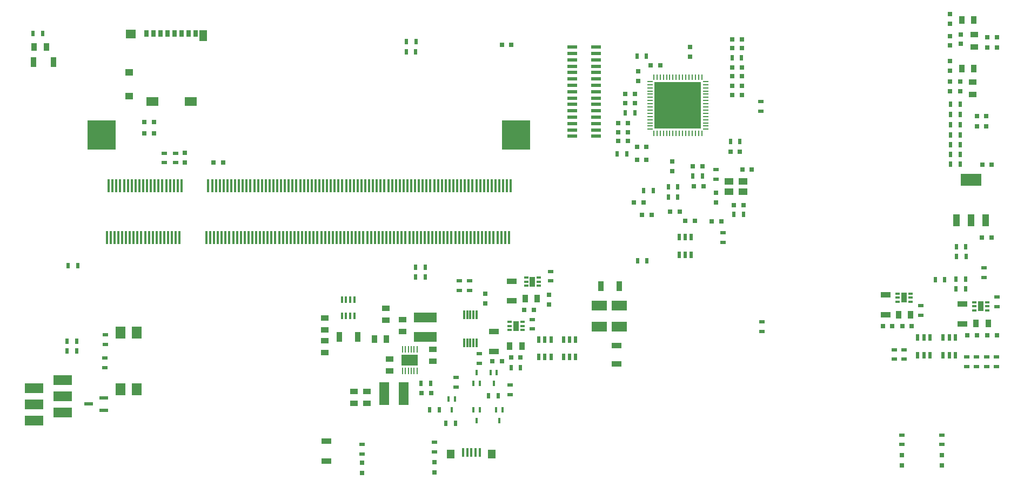
<source format=gtp>
G04 Layer_Color=8421504*
%FSAX25Y25*%
%MOIN*%
G70*
G01*
G75*
%ADD11R,0.02953X0.01181*%
%ADD12R,0.03268X0.06496*%
%ADD13R,0.03543X0.05118*%
%ADD14R,0.05118X0.03543*%
%ADD15R,0.03150X0.03150*%
%ADD16R,0.03150X0.03150*%
%ADD17R,0.06299X0.03543*%
%ADD18R,0.17716X0.18110*%
%ADD19R,0.01378X0.07874*%
%ADD20R,0.06496X0.02362*%
%ADD21R,0.11811X0.05906*%
%ADD22R,0.14173X0.05906*%
%ADD23R,0.01575X0.03347*%
%ADD24R,0.02362X0.03543*%
%ADD25R,0.03543X0.02362*%
%ADD27R,0.00984X0.03937*%
%ADD28R,0.09843X0.06693*%
%ADD29R,0.03937X0.07284*%
%ADD30R,0.12598X0.07284*%
%ADD31R,0.01181X0.05315*%
%ADD32R,0.05512X0.04331*%
%ADD33R,0.00984X0.03740*%
%ADD34R,0.28740X0.28740*%
%ADD35R,0.03740X0.00984*%
%ADD36R,0.05906X0.14173*%
%ADD37R,0.03543X0.06299*%
%ADD38R,0.07480X0.05315*%
%ADD39R,0.04606X0.07087*%
%ADD40R,0.02953X0.04331*%
%ADD41R,0.06102X0.05315*%
%ADD42R,0.04724X0.03937*%
%ADD43R,0.06299X0.07284*%
%ADD44R,0.05512X0.02362*%
%ADD45R,0.01772X0.04331*%
%ADD46R,0.02362X0.03937*%
%ADD47R,0.09646X0.06102*%
%ADD48R,0.04724X0.05512*%
%ADD50R,0.01575X0.05512*%
D11*
X0901291Y0199248D02*
D03*
Y0201807D02*
D03*
Y0204366D02*
D03*
X0893496Y0199248D02*
D03*
Y0201807D02*
D03*
Y0204366D02*
D03*
X0911331Y0226610D02*
D03*
Y0229169D02*
D03*
Y0231728D02*
D03*
X0903535Y0226610D02*
D03*
Y0229169D02*
D03*
Y0231728D02*
D03*
X1187906Y0211354D02*
D03*
Y0213913D02*
D03*
Y0216472D02*
D03*
X1180110Y0211354D02*
D03*
Y0213913D02*
D03*
Y0216472D02*
D03*
X1140563Y0216768D02*
D03*
Y0219327D02*
D03*
Y0221886D02*
D03*
X1132768Y0216768D02*
D03*
Y0219327D02*
D03*
Y0221886D02*
D03*
D12*
X0897394Y0201807D02*
D03*
X0907433Y0229169D02*
D03*
X1184008Y0213913D02*
D03*
X1136665Y0219327D02*
D03*
D13*
X0810008Y0193795D02*
D03*
X0817488D02*
D03*
X1179776Y0360862D02*
D03*
X1172295D02*
D03*
X1179677Y0390783D02*
D03*
X1172197D02*
D03*
X0607531Y0374150D02*
D03*
X0600051D02*
D03*
X0900937Y0189406D02*
D03*
X0893457D02*
D03*
X0910386Y0218736D02*
D03*
X0902905D02*
D03*
X1188634Y0203480D02*
D03*
X1181153D02*
D03*
X1140799Y0208697D02*
D03*
X1133319D02*
D03*
D14*
X0805498Y0154055D02*
D03*
Y0161535D02*
D03*
X0797498Y0154055D02*
D03*
Y0161535D02*
D03*
X0827498Y0205785D02*
D03*
Y0198305D02*
D03*
X0845998Y0187535D02*
D03*
Y0180055D02*
D03*
X0819498Y0174055D02*
D03*
Y0181535D02*
D03*
X0816998Y0212785D02*
D03*
Y0205305D02*
D03*
X0779498Y0199305D02*
D03*
Y0206785D02*
D03*
Y0192785D02*
D03*
Y0185305D02*
D03*
X1178890Y0344819D02*
D03*
Y0352299D02*
D03*
X1180169Y0374150D02*
D03*
Y0381630D02*
D03*
D15*
X0844951Y0160545D02*
D03*
X0839045D02*
D03*
X0716587Y0302791D02*
D03*
X0710681D02*
D03*
X1184697Y0256433D02*
D03*
X1190602D02*
D03*
X1190799Y0301512D02*
D03*
X1184894D02*
D03*
X0894441Y0375429D02*
D03*
X0888535D02*
D03*
X1007728Y0266866D02*
D03*
X1001823D02*
D03*
X1018161Y0266276D02*
D03*
X1024067D02*
D03*
X0980957Y0270311D02*
D03*
X0975051D02*
D03*
X0992472Y0272476D02*
D03*
X0998378D02*
D03*
X1031626Y0276551D02*
D03*
X1037531D02*
D03*
X1007126Y0288051D02*
D03*
X1013031D02*
D03*
X0970130Y0278087D02*
D03*
X0976035D02*
D03*
X0980376Y0362801D02*
D03*
X0986281D02*
D03*
X0964626Y0339551D02*
D03*
X0970531D02*
D03*
X0960376Y0327051D02*
D03*
X0966282D02*
D03*
X0971876Y0312551D02*
D03*
X0977781D02*
D03*
X0971876Y0304551D02*
D03*
X0977781D02*
D03*
X1036716Y0361551D02*
D03*
X1030811D02*
D03*
X1036665Y0350232D02*
D03*
X1030760D02*
D03*
X1036716Y0356051D02*
D03*
X1030811D02*
D03*
X1012282Y0300551D02*
D03*
X1006376D02*
D03*
X1042782Y0298551D02*
D03*
X1036876D02*
D03*
X1035484Y0309484D02*
D03*
X1029579D02*
D03*
X0960376Y0321551D02*
D03*
X0966282D02*
D03*
X1036716Y0373301D02*
D03*
X1030811D02*
D03*
X0964626Y0345051D02*
D03*
X0970531D02*
D03*
X1036716Y0378801D02*
D03*
X1030811D02*
D03*
X0894244Y0182516D02*
D03*
X0900150D02*
D03*
X1187421Y0331413D02*
D03*
X1181516D02*
D03*
X1193858Y0380018D02*
D03*
X1187953D02*
D03*
X1187421Y0325163D02*
D03*
X1181516D02*
D03*
X1193858Y0373768D02*
D03*
X1187953D02*
D03*
X1036567Y0344327D02*
D03*
X1030661D02*
D03*
X0960376Y0316051D02*
D03*
X0966282D02*
D03*
X0667965Y0320901D02*
D03*
X0673870D02*
D03*
X0667965Y0327890D02*
D03*
X0673870D02*
D03*
X0888535Y0179957D02*
D03*
X0882630D02*
D03*
X0908319Y0211748D02*
D03*
X0902413D02*
D03*
X1187945Y0196000D02*
D03*
X1193850D02*
D03*
X1181646D02*
D03*
X1175740D02*
D03*
X1123575Y0201807D02*
D03*
X1129480D02*
D03*
X1135583Y0201905D02*
D03*
X1141488D02*
D03*
D16*
X0693161Y0308598D02*
D03*
Y0302693D02*
D03*
X0972579Y0353098D02*
D03*
Y0359004D02*
D03*
X1004677Y0374051D02*
D03*
Y0368146D02*
D03*
X0993752Y0297575D02*
D03*
Y0303480D02*
D03*
X1020829Y0278098D02*
D03*
Y0284004D02*
D03*
X0878201Y0215685D02*
D03*
Y0221590D02*
D03*
X1165110Y0365390D02*
D03*
Y0359484D02*
D03*
X1165043Y0394338D02*
D03*
Y0388433D02*
D03*
X1171311Y0346787D02*
D03*
Y0352693D02*
D03*
X1171606Y0375921D02*
D03*
Y0381827D02*
D03*
X1165110Y0346787D02*
D03*
Y0352693D02*
D03*
X1165043Y0374933D02*
D03*
Y0380839D02*
D03*
X0802498Y0111146D02*
D03*
Y0117445D02*
D03*
X0846998Y0111396D02*
D03*
Y0117695D02*
D03*
X1135248Y0115896D02*
D03*
Y0122195D02*
D03*
X1159998Y0115896D02*
D03*
Y0122195D02*
D03*
X0917768Y0221000D02*
D03*
Y0215094D02*
D03*
D17*
X0780248Y0130648D02*
D03*
Y0118443D02*
D03*
X0883713Y0198264D02*
D03*
Y0186059D02*
D03*
X0894835Y0229465D02*
D03*
Y0217260D02*
D03*
X0959498Y0189754D02*
D03*
Y0178337D02*
D03*
X1172591Y0215291D02*
D03*
Y0203087D02*
D03*
X1125346Y0221000D02*
D03*
Y0208795D02*
D03*
D18*
X0641746Y0319648D02*
D03*
X0897258D02*
D03*
D19*
X0644896Y0256262D02*
D03*
X0647258D02*
D03*
X0649620D02*
D03*
X0651982D02*
D03*
X0654344D02*
D03*
X0656707D02*
D03*
X0659069D02*
D03*
X0661431D02*
D03*
X0663793D02*
D03*
X0666155D02*
D03*
X0668518D02*
D03*
X0670880D02*
D03*
X0673242D02*
D03*
X0675604D02*
D03*
X0677966D02*
D03*
X0680329D02*
D03*
X0682691D02*
D03*
X0685053D02*
D03*
X0687415D02*
D03*
X0689778D02*
D03*
X0646077Y0288545D02*
D03*
X0648439D02*
D03*
X0650801D02*
D03*
X0653163D02*
D03*
X0655526D02*
D03*
X0657888D02*
D03*
X0660250D02*
D03*
X0662612D02*
D03*
X0664974D02*
D03*
X0667337D02*
D03*
X0669699D02*
D03*
X0672061D02*
D03*
X0674423D02*
D03*
X0676785D02*
D03*
X0679148D02*
D03*
X0681510D02*
D03*
X0683872D02*
D03*
X0686234D02*
D03*
X0688596D02*
D03*
X0690959D02*
D03*
X0706313Y0256262D02*
D03*
X0708675D02*
D03*
X0711037D02*
D03*
X0713400D02*
D03*
X0715762D02*
D03*
X0718124D02*
D03*
X0720486D02*
D03*
X0722848D02*
D03*
X0725211D02*
D03*
X0727573D02*
D03*
X0729935D02*
D03*
X0732297D02*
D03*
X0734659D02*
D03*
X0737022D02*
D03*
X0739384D02*
D03*
X0741746D02*
D03*
X0744108D02*
D03*
X0746470D02*
D03*
X0748833D02*
D03*
X0751195D02*
D03*
X0753557D02*
D03*
X0755919D02*
D03*
X0758282D02*
D03*
X0760644D02*
D03*
X0763006D02*
D03*
X0765368D02*
D03*
X0767730D02*
D03*
X0770092D02*
D03*
X0772455D02*
D03*
X0774817D02*
D03*
X0777179D02*
D03*
X0779541D02*
D03*
X0781904D02*
D03*
X0784266D02*
D03*
X0786628D02*
D03*
X0788990D02*
D03*
X0791352D02*
D03*
X0793715D02*
D03*
X0796077D02*
D03*
X0798439D02*
D03*
X0800801D02*
D03*
X0803163D02*
D03*
X0805526D02*
D03*
X0807888D02*
D03*
X0810250D02*
D03*
X0812612D02*
D03*
X0814974D02*
D03*
X0817337D02*
D03*
X0819699D02*
D03*
X0822061D02*
D03*
X0824423D02*
D03*
X0826785D02*
D03*
X0829148D02*
D03*
X0836234D02*
D03*
X0838596D02*
D03*
X0840959D02*
D03*
X0843321D02*
D03*
X0850408D02*
D03*
X0857494D02*
D03*
X0859856D02*
D03*
X0862218D02*
D03*
X0864581D02*
D03*
X0866943D02*
D03*
X0869305D02*
D03*
X0871667D02*
D03*
X0874030D02*
D03*
X0876392D02*
D03*
X0878754D02*
D03*
X0881116D02*
D03*
X0883478D02*
D03*
X0885841D02*
D03*
X0888203D02*
D03*
X0890565D02*
D03*
X0892927D02*
D03*
X0707494Y0288545D02*
D03*
X0709856D02*
D03*
X0712219D02*
D03*
X0714581D02*
D03*
X0716943D02*
D03*
X0719305D02*
D03*
X0721667D02*
D03*
X0724029D02*
D03*
X0726392D02*
D03*
X0728754D02*
D03*
X0731116D02*
D03*
X0733478D02*
D03*
X0735841D02*
D03*
X0738203D02*
D03*
X0740565D02*
D03*
X0742927D02*
D03*
X0745289D02*
D03*
X0747651D02*
D03*
X0750014D02*
D03*
X0752376D02*
D03*
X0754738D02*
D03*
X0757100D02*
D03*
X0759463D02*
D03*
X0761825D02*
D03*
X0764187D02*
D03*
X0766549D02*
D03*
X0768911D02*
D03*
X0771274D02*
D03*
X0773636D02*
D03*
X0775998D02*
D03*
X0778360D02*
D03*
X0780722D02*
D03*
X0783085D02*
D03*
X0785447D02*
D03*
X0787809D02*
D03*
X0790171D02*
D03*
X0792533D02*
D03*
X0794896D02*
D03*
X0797258D02*
D03*
X0799620D02*
D03*
X0801982D02*
D03*
X0804344D02*
D03*
X0806707D02*
D03*
X0809069D02*
D03*
X0811431D02*
D03*
X0813793D02*
D03*
X0816156D02*
D03*
X0818518D02*
D03*
X0820880D02*
D03*
X0823242D02*
D03*
X0825604D02*
D03*
X0827966D02*
D03*
X0830329D02*
D03*
X0832691D02*
D03*
X0835053D02*
D03*
X0837415D02*
D03*
X0839777D02*
D03*
X0842140D02*
D03*
X0844502D02*
D03*
X0846864D02*
D03*
X0849226D02*
D03*
X0851589D02*
D03*
X0853951D02*
D03*
X0856313D02*
D03*
X0858675D02*
D03*
X0861037D02*
D03*
X0863400D02*
D03*
X0865762D02*
D03*
X0868124D02*
D03*
X0870486D02*
D03*
X0872848D02*
D03*
X0875211D02*
D03*
X0877573D02*
D03*
X0879935D02*
D03*
X0882297D02*
D03*
X0884659D02*
D03*
X0887022D02*
D03*
X0889384D02*
D03*
X0891746D02*
D03*
X0894108D02*
D03*
X0855132Y0256262D02*
D03*
X0852770D02*
D03*
X0848045D02*
D03*
X0845683D02*
D03*
X0833872D02*
D03*
X0831510D02*
D03*
D20*
X0932039Y0350429D02*
D03*
Y0346492D02*
D03*
Y0318933D02*
D03*
Y0330744D02*
D03*
Y0334681D02*
D03*
Y0338618D02*
D03*
Y0342555D02*
D03*
Y0354366D02*
D03*
Y0358303D02*
D03*
Y0362240D02*
D03*
Y0366177D02*
D03*
Y0370114D02*
D03*
Y0374051D02*
D03*
X0946705D02*
D03*
Y0370114D02*
D03*
Y0366177D02*
D03*
Y0362240D02*
D03*
Y0358303D02*
D03*
Y0354366D02*
D03*
Y0350429D02*
D03*
Y0346492D02*
D03*
Y0342555D02*
D03*
Y0338618D02*
D03*
Y0334681D02*
D03*
Y0330744D02*
D03*
Y0326807D02*
D03*
Y0322870D02*
D03*
Y0318933D02*
D03*
X0932039Y0326807D02*
D03*
Y0322870D02*
D03*
D21*
X0617669Y0148401D02*
D03*
X0599953Y0163401D02*
D03*
Y0153402D02*
D03*
Y0143402D02*
D03*
X0617669Y0168402D02*
D03*
Y0158402D02*
D03*
D22*
X0841248Y0195041D02*
D03*
Y0207049D02*
D03*
D23*
X0871114Y0166374D02*
D03*
X0875051D02*
D03*
X0873083Y0173067D02*
D03*
X0885484Y0173165D02*
D03*
X0881547D02*
D03*
X0883516Y0166472D02*
D03*
X0859717Y0156892D02*
D03*
X0855779D02*
D03*
X0857748Y0150199D02*
D03*
X0888966Y0150142D02*
D03*
X0885030D02*
D03*
X0886998Y0143449D02*
D03*
X0874854Y0150134D02*
D03*
X0870917D02*
D03*
X0872886Y0143441D02*
D03*
D24*
X0838795Y0166545D02*
D03*
X0844701D02*
D03*
X0835482Y0371069D02*
D03*
X0829577D02*
D03*
X0835530Y0377569D02*
D03*
X0829624D02*
D03*
X0841390Y0238224D02*
D03*
X0835484D02*
D03*
X0841403Y0232189D02*
D03*
X0835498D02*
D03*
X1155858Y0230252D02*
D03*
X1161764D02*
D03*
X0621114Y0238913D02*
D03*
X0627020D02*
D03*
X0626331Y0192555D02*
D03*
X0620425D02*
D03*
X0620425Y0186551D02*
D03*
X0626331D02*
D03*
X0991193Y0287831D02*
D03*
X0997098D02*
D03*
X1012282Y0294551D02*
D03*
X1006376D02*
D03*
X0975937Y0285469D02*
D03*
X0981843D02*
D03*
X0997098Y0281335D02*
D03*
X0991193D02*
D03*
X1037531Y0270801D02*
D03*
X1031626D02*
D03*
X0970579Y0333301D02*
D03*
X0964673D02*
D03*
X0972197Y0242063D02*
D03*
X0978102D02*
D03*
X0959626Y0308051D02*
D03*
X0965532D02*
D03*
X0977781Y0368551D02*
D03*
X0971876D02*
D03*
X1035484Y0315882D02*
D03*
X1029579D02*
D03*
X1030561Y0367301D02*
D03*
X1036467D02*
D03*
X0844045Y0150045D02*
D03*
X0849951D02*
D03*
X0854045Y0141795D02*
D03*
X0859951D02*
D03*
X0599461Y0382417D02*
D03*
X0605366D02*
D03*
X1165504Y0313815D02*
D03*
X1171409D02*
D03*
X1165492Y0319837D02*
D03*
X1171398D02*
D03*
X1165307Y0338618D02*
D03*
X1171213D02*
D03*
X1165492Y0332337D02*
D03*
X1171398D02*
D03*
X1174547Y0224892D02*
D03*
X1168642D02*
D03*
X1168642Y0230892D02*
D03*
X1174547D02*
D03*
X1165405Y0326118D02*
D03*
X1171311D02*
D03*
X1174854Y0244720D02*
D03*
X1168949D02*
D03*
X1168850Y0250724D02*
D03*
X1174756D02*
D03*
X1165492Y0307693D02*
D03*
X1171398D02*
D03*
X1165492Y0301587D02*
D03*
X1171398D02*
D03*
X0880366Y0158795D02*
D03*
X0886272D02*
D03*
X0894244Y0176118D02*
D03*
X0900150D02*
D03*
D25*
X0687207Y0308506D02*
D03*
Y0302600D02*
D03*
X0680419Y0308506D02*
D03*
Y0302600D02*
D03*
X0802498Y0122843D02*
D03*
Y0128748D02*
D03*
X0846998Y0124045D02*
D03*
Y0129951D02*
D03*
X0860248Y0169998D02*
D03*
Y0164093D02*
D03*
X0874658Y0178776D02*
D03*
Y0184681D02*
D03*
X1136665Y0187240D02*
D03*
Y0181335D02*
D03*
X0868555Y0229760D02*
D03*
Y0223854D02*
D03*
X0862453Y0229760D02*
D03*
Y0223854D02*
D03*
X1025051Y0259386D02*
D03*
Y0253480D02*
D03*
X1020829Y0292348D02*
D03*
Y0298254D02*
D03*
X1135248Y0134498D02*
D03*
Y0128593D02*
D03*
X1159998Y0134498D02*
D03*
Y0128593D02*
D03*
X1175346Y0176709D02*
D03*
Y0182614D02*
D03*
X1187551Y0176709D02*
D03*
Y0182614D02*
D03*
X1181449Y0176709D02*
D03*
Y0182614D02*
D03*
X1193653Y0176709D02*
D03*
Y0182614D02*
D03*
X1048969Y0198559D02*
D03*
Y0204465D02*
D03*
X1048378Y0334386D02*
D03*
Y0340291D02*
D03*
X0643850Y0196394D02*
D03*
Y0190488D02*
D03*
X0643653Y0176118D02*
D03*
Y0182024D02*
D03*
X0893752Y0165291D02*
D03*
Y0159386D02*
D03*
X0907433Y0205842D02*
D03*
Y0199937D02*
D03*
X0918653Y0235567D02*
D03*
Y0229661D02*
D03*
X1193850Y0219720D02*
D03*
Y0213815D02*
D03*
X1186075Y0231827D02*
D03*
Y0237732D02*
D03*
X1147098Y0208401D02*
D03*
Y0214307D02*
D03*
X1130563Y0187240D02*
D03*
Y0181335D02*
D03*
D27*
X0836177Y0187488D02*
D03*
X0834406D02*
D03*
X0832634D02*
D03*
X0830862D02*
D03*
X0827319D02*
D03*
Y0174102D02*
D03*
X0829090Y0187488D02*
D03*
Y0174102D02*
D03*
X0830862D02*
D03*
X0832634D02*
D03*
X0834406D02*
D03*
X0836177D02*
D03*
D28*
X0831748Y0180795D02*
D03*
D29*
X1169047Y0266965D02*
D03*
X1178102D02*
D03*
X1187158D02*
D03*
D30*
X1178102Y0291965D02*
D03*
D31*
X0867177Y0191276D02*
D03*
X0873083Y0208795D02*
D03*
X0871114D02*
D03*
X0865209D02*
D03*
X0873083Y0191276D02*
D03*
X0871114D02*
D03*
X0869146D02*
D03*
Y0208795D02*
D03*
X0867177D02*
D03*
X0865209Y0191276D02*
D03*
D32*
X1028748Y0284651D02*
D03*
X1037409Y0290951D02*
D03*
Y0284651D02*
D03*
X1028748Y0290951D02*
D03*
D33*
X1000031Y0320827D02*
D03*
X1002000D02*
D03*
X1011843D02*
D03*
X1009874D02*
D03*
X1007905D02*
D03*
X1005937D02*
D03*
X1003969D02*
D03*
X0998063D02*
D03*
X0996094D02*
D03*
X0994126D02*
D03*
X0992157D02*
D03*
X0990189D02*
D03*
X0988220D02*
D03*
X0986252D02*
D03*
X0984283D02*
D03*
X0982315D02*
D03*
Y0355276D02*
D03*
X0984283D02*
D03*
X0986252D02*
D03*
X0988220D02*
D03*
X0990189D02*
D03*
X0992157D02*
D03*
X0994126D02*
D03*
X0996094D02*
D03*
X0998063D02*
D03*
X1000031D02*
D03*
X1002000D02*
D03*
X1003969D02*
D03*
X1005937D02*
D03*
X1007905D02*
D03*
X1009874D02*
D03*
X1011843D02*
D03*
D34*
X0997079Y0338051D02*
D03*
D35*
X0979854Y0323287D02*
D03*
Y0325256D02*
D03*
Y0327224D02*
D03*
Y0329193D02*
D03*
Y0331161D02*
D03*
Y0333130D02*
D03*
Y0335098D02*
D03*
Y0337067D02*
D03*
Y0339035D02*
D03*
Y0341004D02*
D03*
Y0342972D02*
D03*
Y0344941D02*
D03*
Y0346909D02*
D03*
Y0348878D02*
D03*
Y0350846D02*
D03*
Y0352815D02*
D03*
X1014303D02*
D03*
Y0350846D02*
D03*
Y0348878D02*
D03*
Y0346909D02*
D03*
Y0344941D02*
D03*
Y0342972D02*
D03*
Y0341004D02*
D03*
Y0339035D02*
D03*
Y0337067D02*
D03*
Y0335098D02*
D03*
Y0333130D02*
D03*
Y0331161D02*
D03*
Y0329193D02*
D03*
Y0327224D02*
D03*
Y0325256D02*
D03*
Y0323287D02*
D03*
D36*
X0828002Y0160045D02*
D03*
X0815994D02*
D03*
D37*
X0611961Y0364602D02*
D03*
X0599756D02*
D03*
X0799707Y0195045D02*
D03*
X0788289D02*
D03*
X0960957Y0226295D02*
D03*
X0949539D02*
D03*
D38*
X0696606Y0340291D02*
D03*
X0672984D02*
D03*
D39*
X0704480Y0381236D02*
D03*
D40*
X0699756Y0382417D02*
D03*
X0695425D02*
D03*
X0691094D02*
D03*
X0686764D02*
D03*
X0682433D02*
D03*
X0678102D02*
D03*
X0673772D02*
D03*
X0669441D02*
D03*
D41*
X0659598Y0382024D02*
D03*
D42*
X0658811Y0358401D02*
D03*
Y0343835D02*
D03*
D43*
X0663319Y0197673D02*
D03*
X0653319D02*
D03*
X0663319Y0162831D02*
D03*
X0653319D02*
D03*
D44*
X0633516Y0153579D02*
D03*
X0642965Y0157319D02*
D03*
Y0149838D02*
D03*
D45*
X0789909Y0207927D02*
D03*
X0792469D02*
D03*
X0795027D02*
D03*
X0797587D02*
D03*
Y0218163D02*
D03*
X0795027D02*
D03*
X0792469D02*
D03*
X0789909D02*
D03*
D46*
X0915110Y0193441D02*
D03*
Y0182614D02*
D03*
X0918850D02*
D03*
X0911370D02*
D03*
X0918850Y0193441D02*
D03*
X0911370D02*
D03*
X0930366D02*
D03*
X0926626Y0182614D02*
D03*
X0930366D02*
D03*
X0934106D02*
D03*
Y0193441D02*
D03*
X0926626D02*
D03*
X1005464Y0256630D02*
D03*
X1001724D02*
D03*
X0997984D02*
D03*
Y0245803D02*
D03*
X1001724D02*
D03*
X1005464D02*
D03*
X1168260Y0194720D02*
D03*
X1164520D02*
D03*
X1160779D02*
D03*
Y0183894D02*
D03*
X1164520D02*
D03*
X1168260D02*
D03*
X1152610Y0194720D02*
D03*
X1148870D02*
D03*
X1145130D02*
D03*
Y0183894D02*
D03*
X1148870D02*
D03*
X1152610D02*
D03*
D47*
X0960949Y0214545D02*
D03*
X0948547D02*
D03*
X0960949Y0201295D02*
D03*
X0948547D02*
D03*
D48*
X0857150Y0122770D02*
D03*
X0882346D02*
D03*
D50*
X0864630Y0123655D02*
D03*
X0872307D02*
D03*
X0874866D02*
D03*
X0869748D02*
D03*
X0867189D02*
D03*
M02*

</source>
